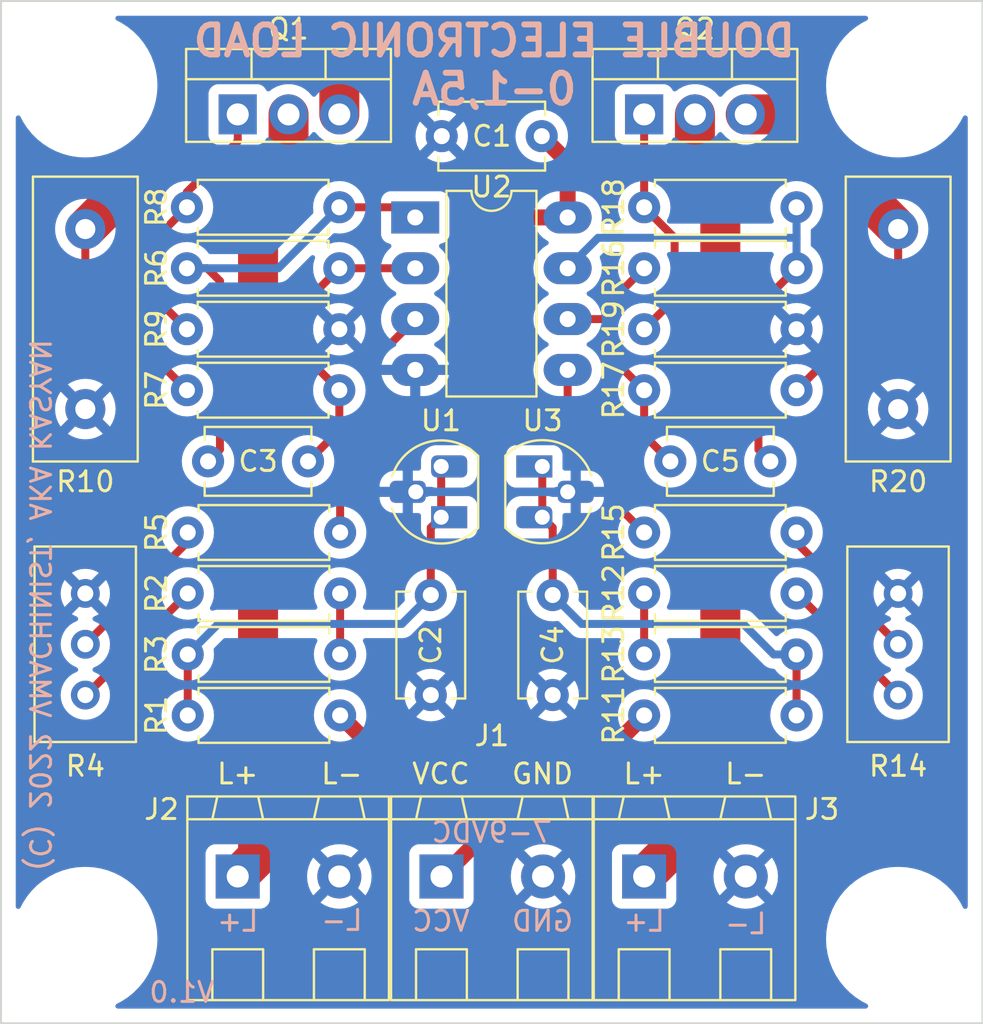
<source format=kicad_pcb>
(kicad_pcb (version 20211014) (generator pcbnew)
  (layers (0 "F.Cu" signal) (31 "B.Cu" signal) (34 "B.Paste" user) (35 "F.Paste" user) (36 "B.SilkS" user "B.Silkscreen") (37 "F.SilkS" user "F.Silkscreen") (38 "B.Mask" user) (39 "F.Mask" user) (44 "Edge.Cuts" user))
  (net 0 "")
  (net 1 "VCC")
  (net 2 "GND")
  (net 3 "Net-(C2-Pad2)")
  (net 4 "Net-(C3-Pad1)")
  (net 5 "Net-(C3-Pad2)")
  (net 6 "Net-(C4-Pad2)")
  (net 7 "Net-(C5-Pad1)")
  (net 8 "Net-(C5-Pad2)")
  (net 9 "/LOAD1_P")
  (net 10 "/LOAD2_P")
  (net 11 "Net-(Q1-Pad1)")
  (net 12 "Net-(Q2-Pad1)")
  (net 13 "Net-(R2-Pad1)")
  (net 14 "Net-(R2-Pad2)")
  (net 15 "Net-(R4-Pad2)")
  (net 16 "Net-(R5-Pad2)")
  (net 17 "Net-(R12-Pad1)")
  (net 18 "Net-(R12-Pad2)")
  (net 19 "Net-(R14-Pad2)")
  (net 20 "Net-(R15-Pad2)")
  (net 21 "Net-(Q1-Pad3)")
  (net 22 "Net-(Q2-Pad3)")
  (footprint "Package_TO_SOT_THT:TO-220-3_Vertical" (layer "F.Cu") (at 106.68 50.729)
    (fp_text reference "Q2" (at 2.54 -4.27) (layer "F.SilkS"))
    (fp_text value "SFP50N06")
    (fp_line (start -2.58 -3.27) (end -2.58 1.371) (layer "F.SilkS") (width 0.12))
    (fp_line (start -2.58 -1.76) (end 7.66 -1.76) (layer "F.SilkS") (width 0.12))
    (fp_line (start -2.58 1.371) (end 7.66 1.371) (layer "F.SilkS") (width 0.12))
    (fp_line (start 4.391 -3.27) (end 4.391 -1.76) (layer "F.SilkS") (width 0.12))
    (fp_line (start 7.66 -3.27) (end 7.66 1.371) (layer "F.SilkS") (width 0.12))
    (fp_line (start 0.69 -3.27) (end 0.69 -1.76) (layer "F.SilkS") (width 0.12))
    (fp_line (start -2.58 -3.27) (end 7.66 -3.27) (layer "F.SilkS") (width 0.12))
    (pad "1" thru_hole rect (at 0 0) (size 1.905 2) (drill 1.1) (layers *.Cu *.Mask) (net 12 "Net-(Q2-Pad1)"))
    (pad "2" thru_hole oval (at 2.54 0) (size 1.905 2) (drill 1.1) (layers *.Cu *.Mask) (net 10 "/LOAD2_P"))
    (pad "3" thru_hole oval (at 5.08 0) (size 1.905 2) (drill 1.1) (layers *.Cu *.Mask) (net 22 "Net-(Q2-Pad3)"))
  )
  (footprint "Resistor_THT:R_Axial_DIN0207_L6.3mm_D2.5mm_P7.62mm_Horizontal" (layer "F.Cu") (at 114.3 61.468 180)
    (fp_text reference "R19" (at 9.144 0 90) (layer "F.SilkS"))
    (fp_text value "4k7")
    (fp_line (start 0.54 1.37) (end 7.08 1.37) (layer "F.SilkS") (width 0.12))
    (fp_line (start 0.54 -1.37) (end 7.08 -1.37) (layer "F.SilkS") (width 0.12))
    (fp_line (start 0.54 1.04) (end 0.54 1.37) (layer "F.SilkS") (width 0.12))
    (fp_line (start 7.08 1.37) (end 7.08 1.04) (layer "F.SilkS") (width 0.12))
    (fp_line (start 0.54 -1.04) (end 0.54 -1.37) (layer "F.SilkS") (width 0.12))
    (fp_line (start 7.08 -1.37) (end 7.08 -1.04) (layer "F.SilkS") (width 0.12))
    (pad "1" thru_hole circle (at 0 0 180) (size 1.6 1.6) (drill 0.8) (layers *.Cu *.Mask) (net 2 "GND"))
    (pad "2" thru_hole oval (at 7.62 0 180) (size 1.6 1.6) (drill 0.8) (layers *.Cu *.Mask) (net 12 "Net-(Q2-Pad1)"))
  )
  (footprint "Resistor_THT:R_Axial_DIN0207_L6.3mm_D2.5mm_P7.62mm_Horizontal" (layer "F.Cu") (at 91.48 77.724 180)
    (fp_text reference "R3" (at 9.184 0 90) (layer "F.SilkS"))
    (fp_text value "10k")
    (fp_line (start 0.54 1.37) (end 7.08 1.37) (layer "F.SilkS") (width 0.12))
    (fp_line (start 0.54 -1.37) (end 7.08 -1.37) (layer "F.SilkS") (width 0.12))
    (fp_line (start 0.54 -1.04) (end 0.54 -1.37) (layer "F.SilkS") (width 0.12))
    (fp_line (start 7.08 1.37) (end 7.08 1.04) (layer "F.SilkS") (width 0.12))
    (fp_line (start 7.08 -1.37) (end 7.08 -1.04) (layer "F.SilkS") (width 0.12))
    (fp_line (start 0.54 1.04) (end 0.54 1.37) (layer "F.SilkS") (width 0.12))
    (pad "1" thru_hole circle (at 0 0 180) (size 1.6 1.6) (drill 0.8) (layers *.Cu *.Mask) (net 14 "Net-(R2-Pad2)"))
    (pad "2" thru_hole oval (at 7.62 0 180) (size 1.6 1.6) (drill 0.8) (layers *.Cu *.Mask) (net 3 "Net-(C2-Pad2)"))
  )
  (footprint "Resistor_THT:R_Axial_DIN0207_L6.3mm_D2.5mm_P7.62mm_Horizontal" (layer "F.Cu") (at 83.86 74.676)
    (fp_text reference "R2" (at -1.564 0 90) (layer "F.SilkS"))
    (fp_text value "1k")
    (fp_line (start 0.54 -1.04) (end 0.54 -1.37) (layer "F.SilkS") (width 0.12))
    (fp_line (start 7.08 -1.37) (end 7.08 -1.04) (layer "F.SilkS") (width 0.12))
    (fp_line (start 0.54 1.04) (end 0.54 1.37) (layer "F.SilkS") (width 0.12))
    (fp_line (start 0.54 1.37) (end 7.08 1.37) (layer "F.SilkS") (width 0.12))
    (fp_line (start 0.54 -1.37) (end 7.08 -1.37) (layer "F.SilkS") (width 0.12))
    (fp_line (start 7.08 1.37) (end 7.08 1.04) (layer "F.SilkS") (width 0.12))
    (pad "1" thru_hole circle (at 0 0) (size 1.6 1.6) (drill 0.8) (layers *.Cu *.Mask) (net 13 "Net-(R2-Pad1)"))
    (pad "2" thru_hole oval (at 7.62 0) (size 1.6 1.6) (drill 0.8) (layers *.Cu *.Mask) (net 14 "Net-(R2-Pad2)"))
  )
  (footprint "Custom_Footprints:Lianzhe_LZ128_D-508_2" (layer "F.Cu") (at 96.5454 88.8238)
    (fp_text reference "J1" (at 2.52 -7.0358 unlocked) (layer "F.SilkS"))
    (fp_text value "Screw_Terminal_01x02" hide)
    (fp_line (start -1.02 -4) (end -1.27 -2.86) (layer "F.SilkS") (width 0.12))
    (fp_line (start -1.27 6.18) (end -1.27 3.64) (layer "F.SilkS") (width 0.12))
    (fp_line (start 4.06 -4) (end 3.81 -2.86) (layer "F.SilkS") (width 0.12))
    (fp_line (start -2.52 -2.86) (end 7.56 -2.86) (layer "F.SilkS") (width 0.12))
    (fp_line (start 6.1 -4) (end 6.35 -2.86) (layer "F.SilkS") (width 0.12))
    (fp_line (start 1.02 -4) (end 1.27 -2.86) (layer "F.SilkS") (width 0.12))
    (fp_line (start 3.81 3.64) (end 6.35 3.64) (layer "F.SilkS") (width 0.12))
    (fp_line (start 3.81 6.18) (end 3.81 3.64) (layer "F.SilkS") (width 0.12))
    (fp_line (start 1.27 3.64) (end 1.27 6.18) (layer "F.SilkS") (width 0.12))
    (fp_line (start 6.35 3.64) (end 6.35 6.18) (layer "F.SilkS") (width 0.12))
    (fp_line (start -1.27 3.64) (end 1.27 3.64) (layer "F.SilkS") (width 0.12))
    (fp_rect (start -2.52 -4) (end 7.56 6.18) (layer "F.SilkS") (width 0.12) (fill none))
    (pad "1" thru_hole rect (at 0 0) (size 2.2 2.2) (drill 1.1) (layers *.Cu *.Mask) (net 1 "VCC"))
    (pad "2" thru_hole circle (at 5.08 0) (size 2.2 2.2) (drill 1.1) (layers *.Cu *.Mask) (net 2 "GND"))
  )
  (footprint "Resistor_THT:R_Axial_DIN0207_L6.3mm_D2.5mm_P7.62mm_Horizontal" (layer "F.Cu") (at 114.3 55.372 180)
    (fp_text reference "R18" (at 9.144 0 90) (layer "F.SilkS"))
    (fp_text value "1k")
    (fp_line (start 0.54 -1.04) (end 0.54 -1.37) (layer "F.SilkS") (width 0.12))
    (fp_line (start 7.08 -1.37) (end 7.08 -1.04) (layer "F.SilkS") (width 0.12))
    (fp_line (start 0.54 1.04) (end 0.54 1.37) (layer "F.SilkS") (width 0.12))
    (fp_line (start 0.54 1.37) (end 7.08 1.37) (layer "F.SilkS") (width 0.12))
    (fp_line (start 7.08 1.37) (end 7.08 1.04) (layer "F.SilkS") (width 0.12))
    (fp_line (start 0.54 -1.37) (end 7.08 -1.37) (layer "F.SilkS") (width 0.12))
    (pad "1" thru_hole circle (at 0 0 180) (size 1.6 1.6) (drill 0.8) (layers *.Cu *.Mask) (net 8 "Net-(C5-Pad2)"))
    (pad "2" thru_hole oval (at 7.62 0 180) (size 1.6 1.6) (drill 0.8) (layers *.Cu *.Mask) (net 12 "Net-(Q2-Pad1)"))
  )
  (footprint "Resistor_THT:R_Axial_DIN0207_L6.3mm_D2.5mm_P7.62mm_Horizontal" (layer "F.Cu") (at 91.44 55.372 180)
    (fp_text reference "R8" (at 9.144 0 90) (layer "F.SilkS"))
    (fp_text value "1k")
    (fp_line (start 0.54 1.37) (end 7.08 1.37) (layer "F.SilkS") (width 0.12))
    (fp_line (start 7.08 1.37) (end 7.08 1.04) (layer "F.SilkS") (width 0.12))
    (fp_line (start 7.08 -1.37) (end 7.08 -1.04) (layer "F.SilkS") (width 0.12))
    (fp_line (start 0.54 -1.37) (end 7.08 -1.37) (layer "F.SilkS") (width 0.12))
    (fp_line (start 0.54 1.04) (end 0.54 1.37) (layer "F.SilkS") (width 0.12))
    (fp_line (start 0.54 -1.04) (end 0.54 -1.37) (layer "F.SilkS") (width 0.12))
    (pad "1" thru_hole circle (at 0 0 180) (size 1.6 1.6) (drill 0.8) (layers *.Cu *.Mask) (net 5 "Net-(C3-Pad2)"))
    (pad "2" thru_hole oval (at 7.62 0 180) (size 1.6 1.6) (drill 0.8) (layers *.Cu *.Mask) (net 11 "Net-(Q1-Pad1)"))
  )
  (footprint "MountingHole:MountingHole_3.2mm_M3" (layer "F.Cu") (at 78.74 91.948)
    (fp_text reference "H4" hide)
    (fp_text value "MountingHole" hide)
    (pad "" np_thru_hole circle (at 0 0) (size 3.2 3.2) (drill 3.2) (layers F&B.Cu *.Mask) (clearance 2))
  )
  (footprint "Resistor_THT:R_Axial_DIN0207_L6.3mm_D2.5mm_P7.62mm_Horizontal" (layer "F.Cu") (at 91.44 61.468 180)
    (fp_text reference "R9" (at 9.144 0 90) (layer "F.SilkS"))
    (fp_text value "4k7")
    (fp_line (start 0.54 -1.37) (end 7.08 -1.37) (layer "F.SilkS") (width 0.12))
    (fp_line (start 7.08 -1.37) (end 7.08 -1.04) (layer "F.SilkS") (width 0.12))
    (fp_line (start 0.54 -1.04) (end 0.54 -1.37) (layer "F.SilkS") (width 0.12))
    (fp_line (start 7.08 1.37) (end 7.08 1.04) (layer "F.SilkS") (width 0.12))
    (fp_line (start 0.54 1.04) (end 0.54 1.37) (layer "F.SilkS") (width 0.12))
    (fp_line (start 0.54 1.37) (end 7.08 1.37) (layer "F.SilkS") (width 0.12))
    (pad "1" thru_hole circle (at 0 0 180) (size 1.6 1.6) (drill 0.8) (layers *.Cu *.Mask) (net 2 "GND"))
    (pad "2" thru_hole oval (at 7.62 0 180) (size 1.6 1.6) (drill 0.8) (layers *.Cu *.Mask) (net 11 "Net-(Q1-Pad1)"))
  )
  (footprint "Potentiometer_THT:Potentiometer_Bourns_3296W_Vertical" (layer "F.Cu") (at 78.74 79.756 -90)
    (fp_text reference "R4" (at 3.556 0 180) (layer "F.SilkS"))
    (fp_text value "2k")
    (fp_line (start -7.425 -2.53) (end -7.425 2.54) (layer "F.SilkS") (width 0.12))
    (fp_line (start 2.345 -2.53) (end 2.345 2.54) (layer "F.SilkS") (width 0.12))
    (fp_line (start -7.425 2.54) (end 2.345 2.54) (layer "F.SilkS") (width 0.12))
    (fp_line (start -7.425 -2.53) (end 2.345 -2.53) (layer "F.SilkS") (width 0.12))
    (pad "1" thru_hole circle (at 0 0 270) (size 1.44 1.44) (drill 0.8) (layers *.Cu *.Mask) (net 13 "Net-(R2-Pad1)"))
    (pad "2" thru_hole circle (at -2.54 0 270) (size 1.44 1.44) (drill 0.8) (layers *.Cu *.Mask) (net 15 "Net-(R4-Pad2)"))
    (pad "3" thru_hole circle (at -5.08 0 270) (size 1.44 1.44) (drill 0.8) (layers *.Cu *.Mask) (net 2 "GND"))
  )
  (footprint "Capacitor_THT:C_Disc_D5.1mm_W3.2mm_P5.00mm" (layer "F.Cu") (at 107.99 68.072)
    (fp_text reference "C5" (at 2.5 0) (layer "F.SilkS"))
    (fp_text value "1n")
    (fp_line (start -0.17 1.721) (end 5.17 1.721) (layer "F.SilkS") (width 0.12))
    (fp_line (start 5.17 1.055) (end 5.17 1.721) (layer "F.SilkS") (width 0.12))
    (fp_line (start 5.17 -1.721) (end 5.17 -1.055) (layer "F.SilkS") (width 0.12))
    (fp_line (start -0.17 -1.721) (end -0.17 -1.055) (layer "F.SilkS") (width 0.12))
    (fp_line (start -0.17 -1.721) (end 5.17 -1.721) (layer "F.SilkS") (width 0.12))
    (fp_line (start -0.17 1.055) (end -0.17 1.721) (layer "F.SilkS") (width 0.12))
    (pad "1" thru_hole circle (at 0 0) (size 1.6 1.6) (drill 0.8) (layers *.Cu *.Mask) (net 7 "Net-(C5-Pad1)"))
    (pad "2" thru_hole circle (at 5 0) (size 1.6 1.6) (drill 0.8) (layers *.Cu *.Mask) (net 8 "Net-(C5-Pad2)"))
  )
  (footprint "Resistor_THT:R_Axial_DIN0207_L6.3mm_D2.5mm_P7.62mm_Horizontal" (layer "F.Cu") (at 106.68 58.42)
    (fp_text reference "R16" (at -1.524 0 90) (layer "F.SilkS"))
    (fp_text value "220k")
    (fp_line (start 0.54 -1.37) (end 7.08 -1.37) (layer "F.SilkS") (width 0.12))
    (fp_line (start 0.54 1.37) (end 7.08 1.37) (layer "F.SilkS") (width 0.12))
    (fp_line (start 0.54 1.04) (end 0.54 1.37) (layer "F.SilkS") (width 0.12))
    (fp_line (start 0.54 -1.04) (end 0.54 -1.37) (layer "F.SilkS") (width 0.12))
    (fp_line (start 7.08 1.37) (end 7.08 1.04) (layer "F.SilkS") (width 0.12))
    (fp_line (start 7.08 -1.37) (end 7.08 -1.04) (layer "F.SilkS") (width 0.12))
    (pad "1" thru_hole circle (at 0 0) (size 1.6 1.6) (drill 0.8) (layers *.Cu *.Mask) (net 7 "Net-(C5-Pad1)"))
    (pad "2" thru_hole oval (at 7.62 0) (size 1.6 1.6) (drill 0.8) (layers *.Cu *.Mask) (net 8 "Net-(C5-Pad2)"))
  )
  (footprint "Resistor_THT:R_Axial_DIN0207_L6.3mm_D2.5mm_P7.62mm_Horizontal" (layer "F.Cu") (at 91.48 80.772 180)
    (fp_text reference "R1" (at 9.184 0 90) (layer "F.SilkS"))
    (fp_text value "1k")
    (fp_line (start 7.08 1.37) (end 7.08 1.04) (layer "F.SilkS") (width 0.12))
    (fp_line (start 7.08 -1.37) (end 7.08 -1.04) (layer "F.SilkS") (width 0.12))
    (fp_line (start 0.54 -1.37) (end 7.08 -1.37) (layer "F.SilkS") (width 0.12))
    (fp_line (start 0.54 1.37) (end 7.08 1.37) (layer "F.SilkS") (width 0.12))
    (fp_line (start 0.54 -1.04) (end 0.54 -1.37) (layer "F.SilkS") (width 0.12))
    (fp_line (start 0.54 1.04) (end 0.54 1.37) (layer "F.SilkS") (width 0.12))
    (pad "1" thru_hole circle (at 0 0 180) (size 1.6 1.6) (drill 0.8) (layers *.Cu *.Mask) (net 1 "VCC"))
    (pad "2" thru_hole oval (at 7.62 0 180) (size 1.6 1.6) (drill 0.8) (layers *.Cu *.Mask) (net 3 "Net-(C2-Pad2)"))
  )
  (footprint "Resistor_THT:R_Axial_DIN0207_L6.3mm_D2.5mm_P7.62mm_Horizontal" (layer "F.Cu") (at 83.86 71.628)
    (fp_text reference "R5" (at -1.564 0 90) (layer "F.SilkS"))
    (fp_text value "1k")
    (fp_line (start 7.08 -1.37) (end 7.08 -1.04) (layer "F.SilkS") (width 0.12))
    (fp_line (start 0.54 1.37) (end 7.08 1.37) (layer "F.SilkS") (width 0.12))
    (fp_line (start 0.54 1.04) (end 0.54 1.37) (layer "F.SilkS") (width 0.12))
    (fp_line (start 7.08 1.37) (end 7.08 1.04) (layer "F.SilkS") (width 0.12))
    (fp_line (start 0.54 -1.04) (end 0.54 -1.37) (layer "F.SilkS") (width 0.12))
    (fp_line (start 0.54 -1.37) (end 7.08 -1.37) (layer "F.SilkS") (width 0.12))
    (pad "1" thru_hole circle (at 0 0) (size 1.6 1.6) (drill 0.8) (layers *.Cu *.Mask) (net 15 "Net-(R4-Pad2)"))
    (pad "2" thru_hole oval (at 7.62 0) (size 1.6 1.6) (drill 0.8) (layers *.Cu *.Mask) (net 16 "Net-(R5-Pad2)"))
  )
  (footprint "Resistor_THT:R_Axial_DIN0207_L6.3mm_D2.5mm_P7.62mm_Horizontal" (layer "F.Cu") (at 114.3 71.628 180)
    (fp_text reference "R15" (at 9.144 0 90) (layer "F.SilkS"))
    (fp_text value "1k")
    (fp_line (start 7.08 -1.37) (end 7.08 -1.04) (layer "F.SilkS") (width 0.12))
    (fp_line (start 0.54 -1.04) (end 0.54 -1.37) (layer "F.SilkS") (width 0.12))
    (fp_line (start 0.54 1.04) (end 0.54 1.37) (layer "F.SilkS") (width 0.12))
    (fp_line (start 0.54 -1.37) (end 7.08 -1.37) (layer "F.SilkS") (width 0.12))
    (fp_line (start 7.08 1.37) (end 7.08 1.04) (layer "F.SilkS") (width 0.12))
    (fp_line (start 0.54 1.37) (end 7.08 1.37) (layer "F.SilkS") (width 0.12))
    (pad "1" thru_hole circle (at 0 0 180) (size 1.6 1.6) (drill 0.8) (layers *.Cu *.Mask) (net 19 "Net-(R14-Pad2)"))
    (pad "2" thru_hole oval (at 7.62 0 180) (size 1.6 1.6) (drill 0.8) (layers *.Cu *.Mask) (net 20 "Net-(R15-Pad2)"))
  )
  (footprint "Resistor_THT:R_Box_L14.0mm_W5.0mm_P9.00mm" (layer "F.Cu") (at 119.38 65.46 90)
    (fp_text reference "R20" (at -3.628 0 180) (layer "F.SilkS"))
    (fp_text value "0.22R 5W")
    (fp_line (start -2.62 -2.62) (end -2.62 2.62) (layer "F.SilkS") (width 0.12))
    (fp_line (start -2.62 2.62) (end 11.62 2.62) (layer "F.SilkS") (width 0.12))
    (fp_line (start -2.62 -2.62) (end 11.62 -2.62) (layer "F.SilkS") (width 0.12))
    (fp_line (start 11.62 -2.62) (end 11.62 2.62) (layer "F.SilkS") (width 0.12))
    (pad "1" thru_hole circle (at 0 0 90) (size 2 2) (drill 1) (layers *.Cu *.Mask) (net 2 "GND"))
    (pad "2" thru_hole circle (at 9 0 90) (size 2 2) (drill 1) (layers *.Cu *.Mask) (net 22 "Net-(Q2-Pad3)"))
  )
  (footprint "Resistor_THT:R_Axial_DIN0207_L6.3mm_D2.5mm_P7.62mm_Horizontal" (layer "F.Cu") (at 114.3 74.676 180)
    (fp_text reference "R12" (at 9.144 0 90) (layer "F.SilkS"))
    (fp_text value "1k")
    (fp_line (start 7.08 1.37) (end 7.08 1.04) (layer "F.SilkS") (width 0.12))
    (fp_line (start 0.54 -1.04) (end 0.54 -1.37) (layer "F.SilkS") (width 0.12))
    (fp_line (start 7.08 -1.37) (end 7.08 -1.04) (layer "F.SilkS") (width 0.12))
    (fp_line (start 0.54 1.37) (end 7.08 1.37) (layer "F.SilkS") (width 0.12))
    (fp_line (start 0.54 1.04) (end 0.54 1.37) (layer "F.SilkS") (width 0.12))
    (fp_line (start 0.54 -1.37) (end 7.08 -1.37) (layer "F.SilkS") (width 0.12))
    (pad "1" thru_hole circle (at 0 0 180) (size 1.6 1.6) (drill 0.8) (layers *.Cu *.Mask) (net 17 "Net-(R12-Pad1)"))
    (pad "2" thru_hole oval (at 7.62 0 180) (size 1.6 1.6) (drill 0.8) (layers *.Cu *.Mask) (net 18 "Net-(R12-Pad2)"))
  )
  (footprint "Custom_Footprints:Lianzhe_LZ128_D-508_2" (layer "F.Cu") (at 106.68 88.8238)
    (fp_text reference "J3" (at 8.89 -3.3528 unlocked) (layer "F.SilkS"))
    (fp_text value "Screw_Terminal_01x02" hide)
    (fp_line (start 3.81 6.18) (end 3.81 3.64) (layer "F.SilkS") (width 0.12))
    (fp_line (start 4.06 -4) (end 3.81 -2.86) (layer "F.SilkS") (width 0.12))
    (fp_line (start 6.1 -4) (end 6.35 -2.86) (layer "F.SilkS") (width 0.12))
    (fp_line (start 6.35 3.64) (end 6.35 6.18) (layer "F.SilkS") (width 0.12))
    (fp_line (start 1.27 3.64) (end 1.27 6.18) (layer "F.SilkS") (width 0.12))
    (fp_line (start 3.81 3.64) (end 6.35 3.64) (layer "F.SilkS") (width 0.12))
    (fp_line (start -1.27 3.64) (end 1.27 3.64) (layer "F.SilkS") (width 0.12))
    (fp_line (start -1.27 6.18) (end -1.27 3.64) (layer "F.SilkS") (width 0.12))
    (fp_line (start -1.02 -4) (end -1.27 -2.86) (layer "F.SilkS") (width 0.12))
    (fp_line (start -2.52 -2.86) (end 7.56 -2.86) (layer "F.SilkS") (width 0.12))
    (fp_line (start 1.02 -4) (end 1.27 -2.86) (layer "F.SilkS") (width 0.12))
    (fp_rect (start -2.52 -4) (end 7.56 6.18) (layer "F.SilkS") (width 0.12) (fill none))
    (pad "1" thru_hole rect (at 0 0) (size 2.2 2.2) (drill 1.1) (layers *.Cu *.Mask) (net 10 "/LOAD2_P"))
    (pad "2" thru_hole circle (at 5.08 0) (size 2.2 2.2) (drill 1.1) (layers *.Cu *.Mask) (net 2 "GND"))
  )
  (footprint "MountingHole:MountingHole_3.2mm_M3" (layer "F.Cu") (at 119.38 49.276)
    (fp_text reference "H2" hide)
    (fp_text value "MountingHole" hide)
    (pad "" np_thru_hole circle (at 0 0) (size 3.2 3.2) (drill 3.2) (layers F&B.Cu *.Mask) (clearance 2))
  )
  (footprint "Resistor_THT:R_Box_L14.0mm_W5.0mm_P9.00mm" (layer "F.Cu") (at 78.74 65.46 90)
    (fp_text reference "R10" (at -3.628 0 180) (layer "F.SilkS"))
    (fp_text value "0.22R 5W")
    (fp_line (start 11.62 -2.62) (end 11.62 2.62) (layer "F.SilkS") (width 0.12))
    (fp_line (start -2.62 -2.62) (end -2.62 2.62) (layer "F.SilkS") (width 0.12))
    (fp_line (start -2.62 -2.62) (end 11.62 -2.62) (layer "F.SilkS") (width 0.12))
    (fp_line (start -2.62 2.62) (end 11.62 2.62) (layer "F.SilkS") (width 0.12))
    (pad "1" thru_hole circle (at 0 0 90) (size 2 2) (drill 1) (layers *.Cu *.Mask) (net 2 "GND"))
    (pad "2" thru_hole circle (at 9 0 90) (size 2 2) (drill 1) (layers *.Cu *.Mask) (net 21 "Net-(Q1-Pad3)"))
  )
  (footprint "Resistor_THT:R_Axial_DIN0207_L6.3mm_D2.5mm_P7.62mm_Horizontal" (layer "F.Cu") (at 106.68 77.724)
    (fp_text reference "R13" (at -1.524 0 90) (layer "F.SilkS"))
    (fp_text value "10k")
    (fp_line (start 7.08 1.37) (end 7.08 1.04) (layer "F.SilkS") (width 0.12))
    (fp_line (start 0.54 1.37) (end 7.08 1.37) (layer "F.SilkS") (width 0.12))
    (fp_line (start 0.54 -1.04) (end 0.54 -1.37) (layer "F.SilkS") (width 0.12))
    (fp_line (start 7.08 -1.37) (end 7.08 -1.04) (layer "F.SilkS") (width 0.12))
    (fp_line (start 0.54 -1.37) (end 7.08 -1.37) (layer "F.SilkS") (width 0.12))
    (fp_line (start 0.54 1.04) (end 0.54 1.37) (layer "F.SilkS") (width 0.12))
    (pad "1" thru_hole circle (at 0 0) (size 1.6 1.6) (drill 0.8) (layers *.Cu *.Mask) (net 18 "Net-(R12-Pad2)"))
    (pad "2" thru_hole oval (at 7.62 0) (size 1.6 1.6) (drill 0.8) (layers *.Cu *.Mask) (net 6 "Net-(C4-Pad2)"))
  )
  (footprint "Resistor_THT:R_Axial_DIN0207_L6.3mm_D2.5mm_P7.62mm_Horizontal" (layer "F.Cu") (at 106.68 64.516)
    (fp_text reference "R17" (at -1.524 0 90) (layer "F.SilkS"))
    (fp_text value "1k")
    (fp_line (start 0.54 1.04) (end 0.54 1.37) (layer "F.SilkS") (width 0.12))
    (fp_line (start 0.54 -1.04) (end 0.54 -1.37) (layer "F.SilkS") (width 0.12))
    (fp_line (start 0.54 -1.37) (end 7.08 -1.37) (layer "F.SilkS") (width 0.12))
    (fp_line (start 7.08 -1.37) (end 7.08 -1.04) (layer "F.SilkS") (width 0.12))
    (fp_line (start 7.08 1.37) (end 7.08 1.04) (layer "F.SilkS") (width 0.12))
    (fp_line (start 0.54 1.37) (end 7.08 1.37) (layer "F.SilkS") (width 0.12))
    (pad "1" thru_hole circle (at 0 0) (size 1.6 1.6) (drill 0.8) (layers *.Cu *.Mask) (net 7 "Net-(C5-Pad1)"))
    (pad "2" thru_hole oval (at 7.62 0) (size 1.6 1.6) (drill 0.8) (layers *.Cu *.Mask) (net 22 "Net-(Q2-Pad3)"))
  )
  (footprint "MountingHole:MountingHole_3.2mm_M3" (layer "F.Cu") (at 119.38 91.948)
    (fp_text reference "H3" hide)
    (fp_text value "MountingHole" hide)
    (pad "" np_thru_hole circle (at 0 0) (size 3.2 3.2) (drill 3.2) (layers F&B.Cu *.Mask) (clearance 2))
  )
  (footprint "MountingHole:MountingHole_3.2mm_M3" (layer "F.Cu") (at 78.74 49.276)
    (fp_text reference "H1" hide)
    (fp_text value "MountingHole" hide)
    (pad "" np_thru_hole circle (at 0 0) (size 3.2 3.2) (drill 3.2) (layers F&B.Cu *.Mask) (clearance 2))
  )
  (footprint "Package_TO_SOT_THT:TO-92L_HandSolder" (layer "F.Cu") (at 101.588 68.326 -90)
    (fp_text reference "U3" (at -2.286 -0.012 180) (layer "F.SilkS"))
    (fp_text value "TL431LP")
    (fp_line (start -0.53 1.85) (end 3.07 1.85) (layer "F.SilkS") (width 0.12))
    (fp_arc (start -0.541453 1.842156) (mid -1.247298 -0.581475) (end 0.45 -2.45) (layer "F.SilkS") (width 0.12))
    (fp_arc (start 2.05 -2.45) (mid 3.769931 -0.601036) (end 3.078445 1.827684) (layer "F.SilkS") (width 0.12))
    (pad "1" thru_hole rect (at 0 0 270) (size 1.1 1.8) (drill 0.75 (offset 0 0.4)) (layers *.Cu *.Mask) (net 6 "Net-(C4-Pad2)"))
    (pad "2" thru_hole roundrect (at 1.27 -1.27 270) (size 1.1 1.8) (drill 0.75 (offset 0 -0.4)) (layers *.Cu *.Mask) (net 2 "GND"))
    (pad "3" thru_hole roundrect (at 2.54 0 270) (size 1.1 1.8) (drill 0.75 (offset 0 0.4)) (layers *.Cu *.Mask) (net 6 "Net-(C4-Pad2)"))
  )
  (footprint "Resistor_THT:R_Axial_DIN0207_L6.3mm_D2.5mm_P7.62mm_Horizontal" (layer "F.Cu") (at 91.44 58.42 180)
    (fp_text reference "R6" (at 9.144 0 90) (layer "F.SilkS"))
    (fp_text value "220k")
    (fp_line (start 0.54 -1.37) (end 7.08 -1.37) (layer "F.SilkS") (width 0.12))
    (fp_line (start 0.54 1.37) (end 7.08 1.37) (layer "F.SilkS") (width 0.12))
    (fp_line (start 0.54 -1.04) (end 0.54 -1.37) (layer "F.SilkS") (width 0.12))
    (fp_line (start 7.08 1.37) (end 7.08 1.04) (layer "F.SilkS") (width 0.12))
    (fp_line (start 0.54 1.04) (end 0.54 1.37) (layer "F.SilkS") (width 0.12))
    (fp_line (start 7.08 -1.37) (end 7.08 -1.04) (layer "F.SilkS") (width 0.12))
    (pad "1" thru_hole circle (at 0 0 180) (size 1.6 1.6) (drill 0.8) (layers *.Cu *.Mask) (net 4 "Net-(C3-Pad1)"))
    (pad "2" thru_hole oval (at 7.62 0 180) (size 1.6 1.6) (drill 0.8) (layers *.Cu *.Mask) (net 5 "Net-(C3-Pad2)"))
  )
  (footprint "Capacitor_THT:C_Disc_D5.1mm_W3.2mm_P5.00mm" (layer "F.Cu") (at 96.012 79.756 90)
    (fp_text reference "C2" (at 2.5 0 90) (layer "F.SilkS"))
    (fp_text value "100n")
    (fp_line (start -0.17 -1.721) (end -0.17 -1.055) (layer "F.SilkS") (width 0.12))
    (fp_line (start -0.17 -1.721) (end 5.17 -1.721) (layer "F.SilkS") (width 0.12))
    (fp_line (start 5.17 -1.721) (end 5.17 -1.055) (layer "F.SilkS") (width 0.12))
    (fp_line (start -0.17 1.721) (end 5.17 1.721) (layer "F.SilkS") (width 0.12))
    (fp_line (start 5.17 1.055) (end 5.17 1.721) (layer "F.SilkS") (width 0.12))
    (fp_line (start -0.17 1.055) (end -0.17 1.721) (layer "F.SilkS") (width 0.12))
    (pad "1" thru_hole circle (at 0 0 90) (size 1.6 1.6) (drill 0.8) (layers *.Cu *.Mask) (net 2 "GND"))
    (pad "2" thru_hole circle (at 5 0 90) (size 1.6 1.6) (drill 0.8) (layers *.Cu *.Mask) (net 3 "Net-(C2-Pad2)"))
  )
  (footprint "Capacitor_THT:C_Disc_D5.1mm_W3.2mm_P5.00mm" (layer "F.Cu") (at 101.56 51.816 180)
    (fp_text reference "C1" (at 2.5 0) (layer "F.SilkS"))
    (fp_text value "100n")
    (fp_line (start 5.17 -1.721) (end 5.17 -1.055) (layer "F.SilkS") (width 0.12))
    (fp_line (start 5.17 1.055) (end 5.17 1.721) (layer "F.SilkS") (width 0.12))
    (fp_line (start -0.17 -1.721) (end -0.17 -1.055) (layer "F.SilkS") (width 0.12))
    (fp_line (start -0.17 1.721) (end 5.17 1.721) (layer "F.SilkS") (width 0.12))
    (fp_line (start -0.17 1.055) (end -0.17 1.721) (layer "F.SilkS") (width 0.12))
    (fp_line (start -0.17 -1.721) (end 5.17 -1.721) (layer "F.SilkS") (width 0.12))
    (pad "1" thru_hole circle (at 0 0 180) (size 1.6 1.6) (drill 0.8) (layers *.Cu *.Mask) (net 1 "VCC"))
    (pad "2" thru_hole circle (at 5 0 180) (size 1.6 1.6) (drill 0.8) (layers *.Cu *.Mask) (net 2 "GND"))
  )
  (footprint "Resistor_THT:R_Axial_DIN0207_L6.3mm_D2.5mm_P7.62mm_Horizontal" (layer "F.Cu") (at 91.44 64.516 180)
    (fp_text reference "R7" (at 9.144 0 90) (layer "F.SilkS"))
    (fp_text value "1k")
    (fp_line (start 0.54 -1.37) (end 7.08 -1.37) (layer "F.SilkS") (width 0.12))
    (fp_line (start 0.54 -1.04) (end 0.54 -1.37) (layer "F.SilkS") (width 0.12))
    (fp_line (start 7.08 1.37) (end 7.08 1.04) (layer "F.SilkS") (width 0.12))
    (fp_line (start 0.54 1.37) (end 7.08 1.37) (layer "F.SilkS") (width 0.12))
    (fp_line (start 7.08 -1.37) (end 7.08 -1.04) (layer "F.SilkS") (width 0.12))
    (fp_line (start 0.54 1.04) (end 0.54 1.37) (layer "F.SilkS") (width 0.12))
    (pad "1" thru_hole circle (at 0 0 180) (size 1.6 1.6) (drill 0.8) (layers *.Cu *.Mask) (net 4 "Net-(C3-Pad1)"))
    (pad "2" thru_hole oval (at 7.62 0 180) (size 1.6 1.6) (drill 0.8) (layers *.Cu *.Mask) (net 21 "Net-(Q1-Pad3)"))
  )
  (footprint "Package_TO_SOT_THT:TO-220-3_Vertical" (layer "F.Cu") (at 86.36 50.729)
    (fp_text reference "Q1" (at 2.54 -4.27) (layer "F.SilkS"))
    (fp_text value "SFP50N06")
    (fp_line (start 4.391 -3.27) (end 4.391 -1.76) (layer "F.SilkS") (width 0.12))
    (fp_line (start 0.69 -3.27) (end 0.69 -1.76) (layer "F.SilkS") (width 0.12))
    (fp_line (start -2.58 -1.76) (end 7.66 -1.76) (layer "F.SilkS") (width 0.12))
    (fp_line (start 7.66 -3.27) (end 7.66 1.371) (layer "F.SilkS") (width 0.12))
    (fp_line (start -2.58 1.371) (end 7.66 1.371) (layer "F.SilkS") (width 0.12))
    (fp_line (start -2.58 -3.27) (end 7.66 -3.27) (layer "F.SilkS") (width 0.12))
    (fp_line (start -2.58 -3.27) (end -2.58 1.371) (layer "F.SilkS") (width 0.12))
    (pad "1" thru_hole rect (at 0 0) (size 1.905 2) (drill 1.1) (layers *.Cu *.Mask) (net 11 "Net-(Q1-Pad1)"))
    (pad "2" thru_hole oval (at 2.54 0) (size 1.905 2) (drill 1.1) (layers *.Cu *.Mask) (net 9 "/LOAD1_P"))
    (pad "3" thru_hole oval (at 5.08 0) (size 1.905 2) (drill 1.1) (layers *.Cu *.Mask) (net 21 "Net-(Q1-Pad3)"))
  )
  (footprint "Capacitor_THT:C_Disc_D5.1mm_W3.2mm_P5.00mm" (layer "F.Cu") (at 102.108 79.756 90)
    (fp_text reference "C4" (at 2.5 0 90) (layer "F.SilkS"))
    (fp_text value "100n")
    (fp_line (start 5.17 -1.721) (end 5.17 -1.055) (layer "F.SilkS") (width 0.12))
    (fp_line (start -0.17 1.721) (end 5.17 1.721) (layer "F.SilkS") (width 0.12))
    (fp_line (start 5.17 1.055) (end 5.17 1.721) (layer "F.SilkS") (width 0.12))
    (fp_line (start -0.17 1.055) (end -0.17 1.721) (layer "F.SilkS") (width 0.12))
    (fp_line (start -0.17 -1.721) (end 5.17 -1.721) (layer "F.SilkS") (width 0.12))
    (fp_line (start -0.17 -1.721) (end -0.17 -1.055) (layer "F.SilkS") (width 0.12))
    (pad "1" thru_hole circle (at 0 0 90) (size 1.6 1.6) (drill 0.8) (layers *.Cu *.Mask) (net 2 "GND"))
    (pad "2" thru_hole circle (at 5 0 90) (size 1.6 1.6) (drill 0.8) (layers *.Cu *.Mask) (net 6 "Net-(C4-Pad2)"))
  )
  (footprint "Resistor_THT:R_Axial_DIN0207_L6.3mm_D2.5mm_P7.62mm_Horizontal" (layer "F.Cu") (at 106.68 80.772)
    (fp_text reference "R11" (at -1.524 0 90) (layer "F.SilkS"))
    (fp_text value "1k")
    (fp_line (start 0.54 1.37) (end 7.08 1.37) (layer "F.SilkS") (width 0.12))
    (fp_line (start 0.54 1.04) (end 0.54 1.37) (layer "F.SilkS") (width 0.12))
    (fp_line (start 0.54 -1.37) (end 7.08 -1.37) (layer "F.SilkS") (width 0.12))
    (fp_line (start 7.08 -1.37) (end 7.08 -1.04) (layer "F.SilkS") (width 0.12))
    (fp_line (start 7.08 1.37) (end 7.08 1.04) (layer "F.SilkS") (width 0.12))
    (fp_line (start 0.54 -1.04) (end 0.54 -1.37) (layer "F.SilkS") (width 0.12))
    (pad "1" thru_hole circle (at 0 0) (size 1.6 1.6) (drill 0.8) (layers *.Cu *.Mask) (net 1 "VCC"))
    (pad "2" thru_hole oval (at 7.62 0) (size 1.6 1.6) (drill 0.8) (layers *.Cu *.Mask) (net 6 "Net-(C4-Pad2)"))
  )
  (footprint "Custom_Footprints:Lianzhe_LZ128_D-508_2" (layer "F.Cu") (at 86.36 88.8238)
    (fp_text reference "J2" (at -3.81 -3.3528 unlocked) (layer "F.SilkS"))
    (fp_text value "Screw_Terminal_01x02" hide)
    (fp_line (start 6.1 -4) (end 6.35 -2.86) (layer "F.SilkS") (width 0.12))
    (fp_line (start -1.27 3.64) (end 1.27 3.64) (layer "F.SilkS") (width 0.12))
    (fp_line (start -1.27 6.18) (end -1.27 3.64) (layer "F.SilkS") (width 0.12))
    (fp_line (start -1.02 -4) (end -1.27 -2.86) (layer "F.SilkS") (width 0.12))
    (fp_line (start 3.81 6.18) (end 3.81 3.64) (layer "F.SilkS") (width 0.12))
    (fp_line (start 3.81 3.64) (end 6.35 3.64) (layer "F.SilkS") (width 0.12))
    (fp_line (start 1.27 3.64) (end 1.27 6.18) (layer "F.SilkS") (width 0.12))
    (fp_line (start 4.06 -4) (end 3.81 -2.86) (layer "F.SilkS") (width 0.12))
    (fp_line (start -2.52 -2.86) (end 7.56 -2.86) (layer "F.SilkS") (width 0.12))
    (fp_line (start 6.35 3.64) (end 6.35 6.18) (layer "F.SilkS") (width 0.12))
    (fp_line (start 1.02 -4) (end 1.27 -2.86) (layer "F.SilkS") (width 0.12))
    (fp_rect (start -2.52 -4) (end 7.56 6.18) (layer "F.SilkS") (width 0.12) (fill none))
    (pad "1" thru_hole rect (at 0 0) (size 2.2 2.2) (drill 1.1) (layers *.Cu *.Mask) (net 9 "/LOAD1_P"))
    (pad "2" thru_hole circle (at 5.08 0) (size 2.2 2.2) (drill 1.1) (layers *.Cu *.Mask) (net 2 "GND"))
  )
  (footprint "Package_DIP:DIP-8_W7.62mm_LongPads" (layer "F.Cu") (at 95.235 55.88)
    (fp_text reference "U2" (at 3.81 -1.524) (layer "F.SilkS"))
    (fp_text value "LM358")
    (fp_line (start 2.81 -1.33) (end 1.56 -1.33) (layer "F.SilkS") (width 0.12))
    (fp_line (start 6.06 8.95) (end 6.06 -1.33) (layer "F.SilkS") (width 0.12))
    (fp_line (start 6.06 -1.33) (end 4.81 -1.33) (layer "F.SilkS") (width 0.12))
    (fp_line (start 1.56 -1.33) (end 1.56 8.95) (layer "F.SilkS") (width 0.12))
    (fp_line (start 1.56 8.95) (end 6.06 8.95) (layer "F.SilkS") (width 0.12))
    (fp_arc (start 4.81 -1.33) (mid 3.81 -0.33) (end 2.81 -1.33) (layer "F.SilkS") (width 0.12))
    (pad "1" thru_hole rect (at 0 0) (size 2.4 1.6) (drill 0.8) (layers *.Cu *.Mask) (net 5 "Net-(C3-Pad2)"))
    (pad "2" thru_hole oval (at 0 2.54) (size 2.4 1.6) (drill 0.8) (layers *.Cu *.Mask) (net 4 "Net-(C3-Pad1)"))
    (pad "3" thru_hole oval (at 0 5.08) (size 2.4 1.6) (drill 0.8) (layers *.Cu *.Mask) (net 16 "Net-(R5-Pad2)"))
    (pad "4" thru_hole oval (at 0 7.62) (size 2.4 1.6) (drill 0.8) (layers *.Cu *.Mask) (net 2 "GND"))
    (pad "5" thru_hole oval (at 7.62 7.62) (size 2.4 1.6) (drill 0.8) (layers *.Cu *.Mask) (net 20 "Net-(R15-Pad2)"))
    (pad "6" thru_hole oval (at 7.62 5.08) (size 2.4 1.6) (drill 0.8) (layers *.Cu *.Mask) (net 7 "Net-(C5-Pad1)"))
    (pad "7" thru_hole oval (at 7.62 2.54) (size 2.4 1.6) (drill 0.8) (layers *.Cu *.Mask) (net 8 "Net-(C5-Pad2)"))
    (pad "8" thru_hole oval (at 7.62 0) (size 2.4 1.6) (drill 0.8) (layers *.Cu *.Mask) (net 1 "VCC"))
  )
  (footprint "Potentiometer_THT:Potentiometer_Bourns_3296W_Vertical" (layer "F.Cu") (at 119.38 79.756 -90)
    (fp_text reference "R14" (at 3.556 0 180) (layer "F.SilkS"))
    (fp_text value "2k")
    (fp_line (start -7.425 -2.53) (end -7.425 2.54) (layer "F.SilkS") (width 0.12))
    (fp_line (start -7.425 -2.53) (end 2.345 -2.53) (layer "F.SilkS") (width 0.12))
    (fp_line (start 2.345 -2.53) (end 2.345 2.54) (layer "F.SilkS") (width 0.12))
    (fp_line (start -7.425 2.54) (end 2.345 2.54) (layer "F.SilkS") (width 0.12))
    (pad "1" thru_hole circle (at 0 0 270) (size 1.44 1.44) (drill 0.8) (layers *.Cu *.Mask) (net 17 "Net-(R12-Pad1)"))
    (pad "2" thru_hole circle (at -2.54 0 270) (size 1.44 1.44) (drill 0.8) (layers *.Cu *.Mask) (net 19 "Net-(R14-Pad2)"))
    (pad "3" thru_hole circle (at -5.08 0 270) (size 1.44 1.44) (drill 0.8) (layers *.Cu *.Mask) (net 2 "GND"))
  )
  (footprint "Capacitor_THT:C_Disc_D5.1mm_W3.2mm_P5.00mm" (layer "F.Cu") (at 89.876 68.072 180)
    (fp_text reference "C3" (at 2.5 0) (layer "F.SilkS"))
    (fp_text value "1n")
    (fp_line (start 5.17 1.055) (end 5.17 1.721) (layer "F.SilkS") (width 0.12))
    (fp_line (start -0.17 -1.721) (end 5.17 -1.721) (layer "F.SilkS") (width 0.12))
    (fp_line (start -0.17 1.721) (end 5.17 1.721) (layer "F.SilkS") (width 0.12))
    (fp_line (start -0.17 -1.721) (end -0.17 -1.055) (layer "F.SilkS") (width 0.12))
    (fp_line (start 5.17 -1.721) (end 5.17 -1.055) (layer "F.SilkS") (width 0.12))
    (fp_line (start -0.17 1.055) (end -0.17 1.721) (layer "F.SilkS") (width 0.12))
    (pad "1" thru_hole circle (at 0 0 180) (size 1.6 1.6) (drill 0.8) (layers *.Cu *.Mask) (net 4 "Net-(C3-Pad1)"))
    (pad "2" thru_hole circle (at 5 0 180) (size 1.6 1.6) (drill 0.8) (layers *.Cu *.Mask) (net 5 "Net-(C3-Pad2)"))
  )
  (footprint "Package_TO_SOT_THT:TO-92L_HandSolder" (layer "F.Cu") (at 96.532 70.866 90)
    (fp_text reference "U1" (at 4.826 -0.012 180) (layer "F.SilkS"))
    (fp_text value "TL431LP")
    (fp_line (start -0.53 1.85) (end 3.07 1.85) (layer "F.SilkS") (width 0.12))
    (fp_arc (start 2.05 -2.45) (mid 3.769931 -0.601036) (end 3.078445 1.827684) (layer "F.SilkS") (width 0.12))
    (fp_arc (start -0.541453 1.842156) (mid -1.247298 -0.581475) (end 0.45 -2.45) (layer "F.SilkS") (width 0.12))
    (pad "1" thru_hole rect (at 0 0 90) (size 1.1 1.8) (drill 0.75 (offset 0 0.4)) (layers *.Cu *.Mask) (net 3 "Net-(C2-Pad2)"))
    (pad "2" thru_hole roundrect (at 1.27 -1.27 90) (size 1.1 1.8) (drill 0.75 (offset 0 -0.4)) (layers *.Cu *.Mask) (net 2 "GND"))
    (pad "3" thru_hole roundrect (at 2.54 0 90) (size 1.1 1.8) (drill 0.75 (offset 0 0.4)) (layers *.Cu *.Mask) (net 3 "Net-(C2-Pad2)"))
  )
  (gr_rect (start 74.5236 45.0596) (end 123.5964 96.1644) (layer "Edge.Cuts") (width 0.1) (fill none))
  (gr_text "VCC" (at 96.52 91.059) (layer "B.SilkS") (effects (font (size 1 1)) (justify mirror)))
  (gr_text "(C) 2022 VMACHINIST, AKA KASYAN" (at 76.454 88.646 270) (layer "B.SilkS") (effects (font (size 1 1)) (justify left mirror)))
  (gr_text "L-\n\n" (at 91.567 91.821) (layer "B.SilkS") (effects (font (size 1 1)) (justify mirror)))
  (gr_text "L-" (at 111.76 91.186) (layer "B.SilkS") (effects (font (size 1 1)) (justify mirror)))
  (gr_text "DOUBLE ELECTRONIC LOAD\n0-1,5A" (at 99.187 48.26) (layer "B.SilkS") (effects (font (size 1.5 1.5) (thickness 0.3)) (justify mirror)))
  (gr_text "V1.0" (at 83.566 94.615) (layer "B.SilkS") (effects (font (size 1 1)) (justify mirror)))
  (gr_text "7-9VDC" (at 99.06 86.614) (layer "B.SilkS") (effects (font (size 1 1)) (justify mirror)))
  (gr_text "GND" (at 101.6 91.059) (layer "B.SilkS") (effects (font (size 1 1)) (justify mirror)))
  (gr_text "L+" (at 106.68 91.059) (layer "B.SilkS") (effects (font (size 1 1)) (justify mirror)))
  (gr_text "L+" (at 86.36 91.059) (layer "B.SilkS") (effects (font (size 1 1)) (justify mirror)))
  (gr_text "L+" (at 106.68 83.693) (layer "F.SilkS") (effects (font (size 1 1))))
  (gr_text "L-" (at 111.76 83.693) (layer "F.SilkS") (effects (font (size 1 1))))
  (gr_text "L+" (at 86.36 83.693) (layer "F.SilkS") (effects (font (size 1 1))))
  (gr_text "L-" (at 91.567 83.693) (layer "F.SilkS") (effects (font (size 1 1))))
  (gr_text "VCC" (at 96.52 83.693) (layer "F.SilkS") (effects (font (size 1 1))))
  (gr_text "GND" (at 101.6 83.693) (layer "F.SilkS") (effects (font (size 1 1))))
  (segment (start 99.06 84.074) (end 103.378 84.074) (width 0.8) (layer "F.Cu") (net 1))
  (segment (start 99.06 86.36) (end 96.5962 88.8238) (width 0.8) (layer "F.Cu") (net 1))
  (segment (start 91.48 80.772) (end 94.782 84.074) (width 0.8) (layer "F.Cu") (net 1))
  (segment (start 102.855 53.111) (end 101.56 51.816) (width 0.8) (layer "F.Cu") (net 1))
  (segment (start 94.782 84.074) (end 99.06 84.074) (width 0.8) (layer "F.Cu") (net 1))
  (segment (start 103.378 84.074) (end 106.68 80.772) (width 0.8) (layer "F.Cu") (net 1))
  (segment (start 99.06 84.074) (end 99.06 86.36) (width 0.8) (layer "F.Cu") (net 1))
  (segment (start 100.33 55.88) (end 99.06 57.15) (width 0.8) (layer "F.Cu") (net 1))
  (segment (start 96.5962 88.8238) (end 96.5454 88.8238) (width 0.8) (layer "F.Cu") (net 1))
  (segment (start 102.855 55.88) (end 102.855 53.111) (width 0.8) (layer "F.Cu") (net 1))
  (segment (start 99.06 57.15) (end 99.06 84.074) (width 0.8) (layer "F.Cu") (net 1))
  (segment (start 102.855 55.88) (end 100.33 55.88) (width 0.8) (layer "F.Cu") (net 1))
  (segment (start 83.86 77.724) (end 83.86 80.772) (width 0.4) (layer "F.Cu") (net 3))
  (segment (start 96.532 68.326) (end 96.532 70.866) (width 0.4) (layer "F.Cu") (net 3))
  (segment (start 96.532 70.866) (end 96.012 71.386) (width 0.4) (layer "F.Cu") (net 3))
  (segment (start 96.012 71.386) (end 96.012 74.756) (width 0.4) (layer "F.Cu") (net 3))
  (segment (start 85.384 76.2) (end 94.568 76.2) (width 0.4) (layer "B.Cu") (net 3))
  (segment (start 83.86 77.724) (end 85.384 76.2) (width 0.4) (layer "B.Cu") (net 3))
  (segment (start 94.568 76.2) (end 96.012 74.756) (width 0.4) (layer "B.Cu") (net 3))
  (segment (start 91.44 64.516) (end 89.662 62.738) (width 0.4) (layer "F.Cu") (net 4))
  (segment (start 91.44 58.42) (end 95.235 58.42) (width 0.4) (layer "F.Cu") (net 4))
  (segment (start 89.662 60.198) (end 91.44 58.42) (width 0.4) (layer "F.Cu") (net 4))
  (segment (start 91.44 64.516) (end 91.44 66.508) (width 0.4) (layer "F.Cu") (net 4))
  (segment (start 91.44 66.508) (end 89.876 68.072) (width 0.4) (layer "F.Cu") (net 4))
  (segment (start 89.662 62.738) (end 89.662 60.198) (width 0.4) (layer "F.Cu") (net 4))
  (segment (start 84.876 68.072) (end 85.471 67.477) (width 0.4) (layer "F.Cu") (net 5))
  (segment (start 94.727 55.372) (end 95.235 55.88) (width 0.4) (layer "F.Cu") (net 5))
  (segment (start 84.836 58.42) (end 83.82 58.42) (width 0.4) (layer "F.Cu") (net 5))
  (segment (start 85.471 67.477) (end 85.471 59.055) (width 0.4) (layer "F.Cu") (net 5))
  (segment (start 85.471 59.055) (end 84.836 58.42) (width 0.4) (layer "F.Cu") (net 5))
  (segment (start 91.44 55.372) (end 94.727 55.372) (width 0.4) (layer "F.Cu") (net 5))
  (segment (start 83.82 58.42) (end 88.392 58.42) (width 0.4) (layer "B.Cu") (net 5))
  (segment (start 88.392 58.42) (end 91.44 55.372) (width 0.4) (layer "B.Cu") (net 5))
  (segment (start 101.588 68.326) (end 101.588 70.866) (width 0.4) (layer "F.Cu") (net 6))
  (segment (start 102.108 71.386) (end 102.108 74.756) (width 0.4) (layer "F.Cu") (net 6))
  (segment (start 101.588 70.866) (end 102.108 71.386) (width 0.4) (layer "F.Cu") (net 6))
  (segment (start 114.3 80.772) (end 114.3 77.724) (width 0.4) (layer "F.Cu") (net 6))
  (segment (start 113.157 77.724) (end 111.633 76.2) (width 0.4) (layer "B.Cu") (net 6))
  (segment (start 111.633 76.2) (end 103.552 76.2) (width 0.4) (layer "B.Cu") (net 6))
  (segment (start 114.3 77.724) (end 113.157 77.724) (width 0.4) (layer "B.Cu") (net 6))
  (segment (start 103.552 76.2) (end 102.108 74.756) (width 0.4) (layer "B.Cu") (net 6))
  (segment (start 104.902 62.738) (end 106.68 64.516) (width 0.4) (layer "F.Cu") (net 7))
  (segment (start 102.855 60.96) (end 104.902 60.96) (width 0.4) (layer "F.Cu") (net 7))
  (segment (start 104.902 60.198) (end 104.902 60.96) (width 0.4) (layer "F.Cu") (net 7))
  (segment (start 106.68 64.516) (end 106.68 66.762) (width 0.4) (layer "F.Cu") (net 7))
  (segment (start 104.902 60.198) (end 106.68 58.42) (width 0.4) (layer "F.Cu") (net 7))
  (segment (start 106.68 66.762) (end 107.99 68.072) (width 0.4) (layer "F.Cu") (net 7))
  (segment (start 104.902 60.96) (end 104.902 62.738) (width 0.4) (layer "F.Cu") (net 7))
  (segment (start 114.3 58.42) (end 112.395 60.325) (width 0.4) (layer "F.Cu") (net 8))
  (segment (start 112.395 67.477) (end 112.99 68.072) (width 0.4) (layer "F.Cu") (net 8))
  (segment (start 112.395 60.325) (end 112.395 67.477) (width 0.4) (layer "F.Cu") (net 8))
  (segment (start 102.855 58.42) (end 104.379 56.896) (width 0.4) (layer "B.Cu") (net 8))
  (segment (start 114.3 55.372) (end 114.3 56.896) (width 0.4) (layer "B.Cu") (net 8))
  (segment (start 104.379 56.896) (end 114.3 56.896) (width 0.4) (layer "B.Cu") (net 8))
  (segment (start 114.3 56.896) (end 114.3 58.42) (width 0.4) (layer "B.Cu") (net 8))
  (segment (start 88.9 52.832) (end 87.376 54.356) (width 2) (layer "F.Cu") (net 9))
  (segment (start 88.9 50.729) (end 88.9 52.832) (width 2) (layer "F.Cu") (net 9))
  (segment (start 87.376 87.8078) (end 86.36 88.8238) (width 2) (layer "F.Cu") (net 9))
  (segment (start 87.376 54.356) (end 87.376 87.8078) (width 2) (layer "F.Cu") (net 9))
  (segment (start 110.49 53.848) (end 110.49 85.0138) (width 2) (layer "F.Cu") (net 10))
  (segment (start 110.49 85.0138) (end 106.68 88.8238) (width 2) (layer "F.Cu") (net 10))
  (segment (start 109.22 52.578) (end 110.49 53.848) (width 2) (layer "F.Cu") (net 10))
  (segment (start 109.22 50.729) (end 109.22 52.578) (width 2) (layer "F.Cu") (net 10))
  (segment (start 81.661 59.436) (end 81.661 57.531) (width 0.4) (layer "F.Cu") (net 11))
  (segment (start 81.788 59.436) (end 81.661 59.436) (width 0.4) (layer "F.Cu") (net 11))
  (segment (start 83.82 61.468) (end 81.788 59.436) (width 0.4) (layer "F.Cu") (net 11))
  (segment (start 86.36 52.07) (end 83.82 54.61) (width 0.4) (layer "F.Cu") (net 11))
  (segment (start 81.661 57.531) (end 83.82 55.372) (width 0.4) (layer "F.Cu") (net 11))
  (segment (start 86.36 50.729) (end 86.36 52.07) (width 0.4) (layer "F.Cu") (net 11))
  (segment (start 83.82 54.61) (end 83.82 55.372) (width 0.4) (layer "F.Cu") (net 11))
  (segment (start 106.68 55.372) (end 106.68 50.729) (width 0.4) (layer "F.Cu") (net 12))
  (segment (start 108.204 59.944) (end 106.68 61.468) (width 0.4) (layer "F.Cu") (net 12))
  (segment (start 108.204 56.896) (end 108.204 59.944) (width 0.4) (layer "F.Cu") (net 12))
  (segment (start 106.68 55.372) (end 108.204 56.896) (width 0.4) (layer "F.Cu") (net 12))
  (segment (start 78.78 79.756) (end 78.74 79.756) (width 0.4) (layer "F.Cu") (net 13))
  (segment (start 83.86 74.676) (end 78.78 79.756) (width 0.4) (layer "F.Cu") (net 13))
  (segment (start 91.48 74.676) (end 91.48 77.724) (width 0.4) (layer "F.Cu") (net 14))
  (segment (start 78.74 77.216) (end 83.86 72.096) (width 0.4) (layer "F.Cu") (net 15))
  (segment (start 83.86 72.096) (end 83.86 71.628) (width 0.4) (layer "F.Cu") (net 15))
  (segment (start 91.48 69.683) (end 91.48 71.628) (width 0.4) (layer "F.Cu") (net 16))
  (segment (start 93.091 63.104) (end 93.091 68.072) (width 0.4) (layer "F.Cu") (net 16))
  (segment (start 93.091 68.072) (end 91.48 69.683) (width 0.4) (layer "F.Cu") (net 16))
  (segment (start 95.235 60.96) (end 93.091 63.104) (width 0.4) (layer "F.Cu") (net 16))
  (segment (start 114.3 74.676) (end 119.38 79.756) (width 0.4) (layer "F.Cu") (net 17))
  (segment (start 106.68 77.724) (end 106.68 74.676) (width 0.4) (layer "F.Cu") (net 18))
  (segment (start 119.38 77.216) (end 114.3 72.136) (width 0.4) (layer "F.Cu") (net 19))
  (segment (start 114.3 72.136) (end 114.3 71.628) (width 0.4) (layer "F.Cu") (net 19))
  (segment (start 105.664 70.612) (end 106.68 71.628) (width 0.4) (layer "F.Cu") (net 20))
  (segment (start 105.664 68.453) (end 105.664 70.612) (width 0.4) (layer "F.Cu") (net 20))
  (segment (start 102.855 63.5) (end 102.855 65.644) (width 0.4) (layer "F.Cu") (net 20))
  (segment (start 102.855 65.644) (end 105.664 68.453) (width 0.4) (layer "F.Cu") (net 20))
  (segment (start 90.424 47.752) (end 91.44 48.768) (width 2) (layer "F.Cu") (net 21))
  (segment (start 78.74 59.436) (end 78.74 56.46) (width 0.4) (layer "F.Cu") (net 21))
  (segment (start 81.590001 53.029999) (end 83.3628 51.2572) (width 2) (layer "F.Cu") (net 21))
  (segment (start 78.74 56.46) (end 81.590001 53.609999) (width 2) (layer "F.Cu") (net 21))
  (segment (start 83.82 64.516) (end 78.74 59.436) (width 0.4) (layer "F.Cu") (net 21))
  (segment (start 83.3628 47.752) (end 90.424 47.752) (width 2) (layer "F.Cu") (net 21))
  (segment (start 83.3628 51.2572) (end 83.3628 47.752) (width 2) (layer "F.Cu") (net 21))
  (segment (start 91.44 48.768) (end 91.44 50.729) (width 2) (layer "F.Cu") (net 21))
  (segment (start 81.590001 53.609999) (end 81.590001 53.029999) (width 2) (layer "F.Cu") (net 21))
  (segment (start 111.76 50.729) (end 113.649 50.729) (width 2) (layer "F.Cu") (net 22))
  (segment (start 119.38 56.46) (end 119.38 59.436) (width 0.4) (layer "F.Cu") (net 22))
  (segment (start 119.38 59.436) (end 114.3 64.516) (width 0.4) (layer "F.Cu") (net 22))
  (segment (start 116.169 53.249) (end 119.38 56.46) (width 2) (layer "F.Cu") (net 22))
  (segment (start 113.649 50.729) (end 116.169 53.249) (width 2) (layer "F.Cu") (net 22))
  (zone (net 2) (net_name "GND") (layer "B.Cu") (connect_pads (clearance 0.508)) (min_thickness 0.254) (fill yes (thermal_gap 0.508) (thermal_bridge_width 0.508))
    (polygon (pts (xy 123.3424 95.9104) (xy 74.7776 95.9104) (xy 74.7776 45.3136) (xy 123.3424 45.3136)))
  )
)
</source>
